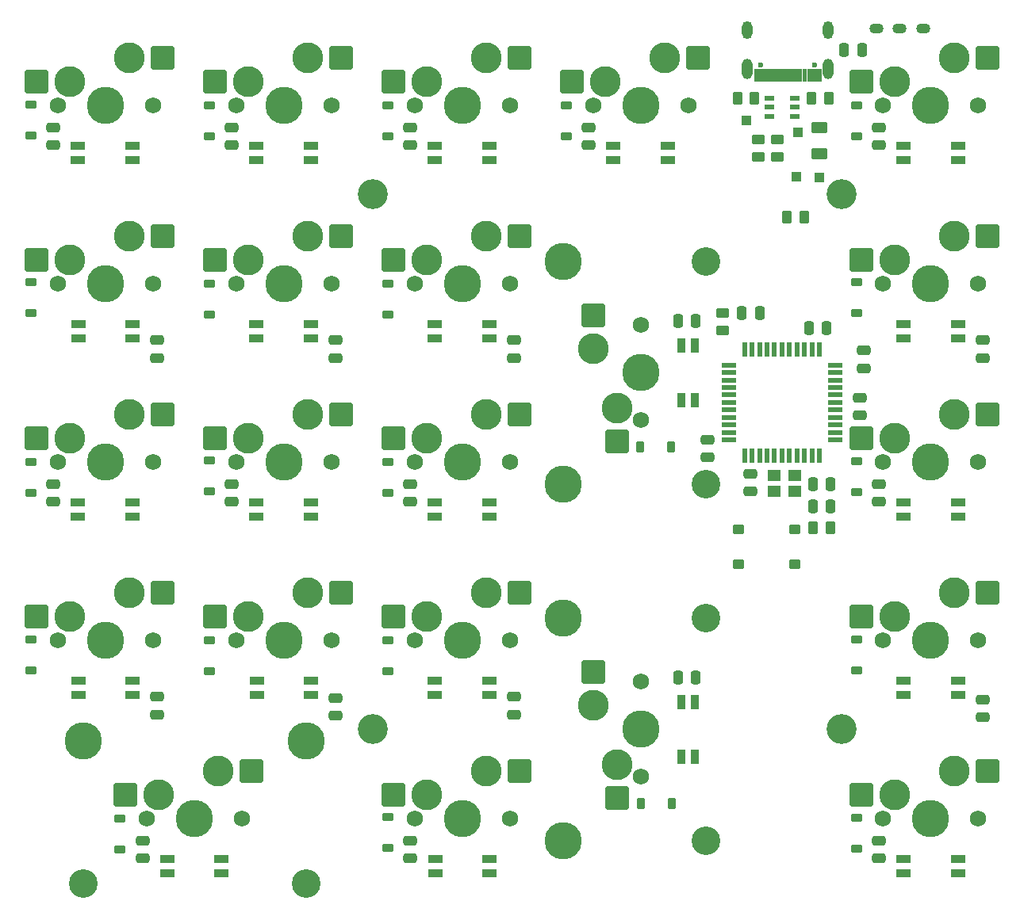
<source format=gbr>
%TF.GenerationSoftware,KiCad,Pcbnew,8.0.6*%
%TF.CreationDate,2024-11-30T15:29:51-05:00*%
%TF.ProjectId,keyboard,6b657962-6f61-4726-942e-6b696361645f,rev?*%
%TF.SameCoordinates,Original*%
%TF.FileFunction,Soldermask,Bot*%
%TF.FilePolarity,Negative*%
%FSLAX46Y46*%
G04 Gerber Fmt 4.6, Leading zero omitted, Abs format (unit mm)*
G04 Created by KiCad (PCBNEW 8.0.6) date 2024-11-30 15:29:51*
%MOMM*%
%LPD*%
G01*
G04 APERTURE LIST*
G04 Aperture macros list*
%AMRoundRect*
0 Rectangle with rounded corners*
0 $1 Rounding radius*
0 $2 $3 $4 $5 $6 $7 $8 $9 X,Y pos of 4 corners*
0 Add a 4 corners polygon primitive as box body*
4,1,4,$2,$3,$4,$5,$6,$7,$8,$9,$2,$3,0*
0 Add four circle primitives for the rounded corners*
1,1,$1+$1,$2,$3*
1,1,$1+$1,$4,$5*
1,1,$1+$1,$6,$7*
1,1,$1+$1,$8,$9*
0 Add four rect primitives between the rounded corners*
20,1,$1+$1,$2,$3,$4,$5,0*
20,1,$1+$1,$4,$5,$6,$7,0*
20,1,$1+$1,$6,$7,$8,$9,0*
20,1,$1+$1,$8,$9,$2,$3,0*%
G04 Aperture macros list end*
%ADD10C,0.010000*%
%ADD11C,3.048000*%
%ADD12C,3.987800*%
%ADD13C,3.200000*%
%ADD14RoundRect,0.225000X0.375000X-0.225000X0.375000X0.225000X-0.375000X0.225000X-0.375000X-0.225000X0*%
%ADD15RoundRect,0.250000X-0.625000X0.375000X-0.625000X-0.375000X0.625000X-0.375000X0.625000X0.375000X0*%
%ADD16C,1.750000*%
%ADD17C,3.300000*%
%ADD18RoundRect,0.250000X1.025000X1.000000X-1.025000X1.000000X-1.025000X-1.000000X1.025000X-1.000000X0*%
%ADD19R,1.400000X1.200000*%
%ADD20RoundRect,0.250000X0.475000X-0.250000X0.475000X0.250000X-0.475000X0.250000X-0.475000X-0.250000X0*%
%ADD21RoundRect,0.250000X-0.250000X-0.475000X0.250000X-0.475000X0.250000X0.475000X-0.250000X0.475000X0*%
%ADD22RoundRect,0.250000X0.450000X-0.262500X0.450000X0.262500X-0.450000X0.262500X-0.450000X-0.262500X0*%
%ADD23RoundRect,0.250000X-0.475000X0.250000X-0.475000X-0.250000X0.475000X-0.250000X0.475000X0.250000X0*%
%ADD24R,1.500000X0.820000*%
%ADD25RoundRect,0.225000X0.225000X0.375000X-0.225000X0.375000X-0.225000X-0.375000X0.225000X-0.375000X0*%
%ADD26RoundRect,0.250000X0.250000X0.475000X-0.250000X0.475000X-0.250000X-0.475000X0.250000X-0.475000X0*%
%ADD27C,0.600000*%
%ADD28O,1.104000X2.204000*%
%ADD29O,1.104000X1.904000*%
%ADD30R,1.000000X1.000000*%
%ADD31RoundRect,0.250000X0.262500X0.450000X-0.262500X0.450000X-0.262500X-0.450000X0.262500X-0.450000X0*%
%ADD32RoundRect,0.250000X-0.262500X-0.450000X0.262500X-0.450000X0.262500X0.450000X-0.262500X0.450000X0*%
%ADD33RoundRect,0.250000X-1.000000X1.025000X-1.000000X-1.025000X1.000000X-1.025000X1.000000X1.025000X0*%
%ADD34R,1.100000X0.600000*%
%ADD35RoundRect,0.250000X-0.450000X0.262500X-0.450000X-0.262500X0.450000X-0.262500X0.450000X0.262500X0*%
%ADD36RoundRect,0.102000X-0.500000X-0.375000X0.500000X-0.375000X0.500000X0.375000X-0.500000X0.375000X0*%
%ADD37R,0.820000X1.500000*%
%ADD38R,1.500000X0.550000*%
%ADD39R,0.550000X1.500000*%
%ADD40O,1.500000X1.100000*%
G04 APERTURE END LIST*
D10*
%TO.C,J2*%
X238287500Y-67207500D02*
X237587500Y-67207500D01*
X237587500Y-65967500D01*
X238287500Y-65967500D01*
X238287500Y-67207500D01*
G36*
X238287500Y-67207500D02*
G01*
X237587500Y-67207500D01*
X237587500Y-65967500D01*
X238287500Y-65967500D01*
X238287500Y-67207500D01*
G37*
X239087500Y-67207500D02*
X238387500Y-67207500D01*
X238387500Y-65967500D01*
X239087500Y-65967500D01*
X239087500Y-67207500D01*
G36*
X239087500Y-67207500D02*
G01*
X238387500Y-67207500D01*
X238387500Y-65967500D01*
X239087500Y-65967500D01*
X239087500Y-67207500D01*
G37*
X239587500Y-67207500D02*
X239187500Y-67207500D01*
X239187500Y-65967500D01*
X239587500Y-65967500D01*
X239587500Y-67207500D01*
G36*
X239587500Y-67207500D02*
G01*
X239187500Y-67207500D01*
X239187500Y-65967500D01*
X239587500Y-65967500D01*
X239587500Y-67207500D01*
G37*
X240087500Y-67207500D02*
X239687500Y-67207500D01*
X239687500Y-65967500D01*
X240087500Y-65967500D01*
X240087500Y-67207500D01*
G36*
X240087500Y-67207500D02*
G01*
X239687500Y-67207500D01*
X239687500Y-65967500D01*
X240087500Y-65967500D01*
X240087500Y-67207500D01*
G37*
X240587500Y-67207500D02*
X240187500Y-67207500D01*
X240187500Y-65967500D01*
X240587500Y-65967500D01*
X240587500Y-67207500D01*
G36*
X240587500Y-67207500D02*
G01*
X240187500Y-67207500D01*
X240187500Y-65967500D01*
X240587500Y-65967500D01*
X240587500Y-67207500D01*
G37*
X241087500Y-67207500D02*
X240687500Y-67207500D01*
X240687500Y-65967500D01*
X241087500Y-65967500D01*
X241087500Y-67207500D01*
G36*
X241087500Y-67207500D02*
G01*
X240687500Y-67207500D01*
X240687500Y-65967500D01*
X241087500Y-65967500D01*
X241087500Y-67207500D01*
G37*
X241587500Y-67207500D02*
X241187500Y-67207500D01*
X241187500Y-65967500D01*
X241587500Y-65967500D01*
X241587500Y-67207500D01*
G36*
X241587500Y-67207500D02*
G01*
X241187500Y-67207500D01*
X241187500Y-65967500D01*
X241587500Y-65967500D01*
X241587500Y-67207500D01*
G37*
X242087500Y-67207500D02*
X241687500Y-67207500D01*
X241687500Y-65967500D01*
X242087500Y-65967500D01*
X242087500Y-67207500D01*
G36*
X242087500Y-67207500D02*
G01*
X241687500Y-67207500D01*
X241687500Y-65967500D01*
X242087500Y-65967500D01*
X242087500Y-67207500D01*
G37*
X242587500Y-67207500D02*
X242187500Y-67207500D01*
X242187500Y-65967500D01*
X242587500Y-65967500D01*
X242587500Y-67207500D01*
G36*
X242587500Y-67207500D02*
G01*
X242187500Y-67207500D01*
X242187500Y-65967500D01*
X242587500Y-65967500D01*
X242587500Y-67207500D01*
G37*
X243087500Y-67207500D02*
X242687500Y-67207500D01*
X242687500Y-65967500D01*
X243087500Y-65967500D01*
X243087500Y-67207500D01*
G36*
X243087500Y-67207500D02*
G01*
X242687500Y-67207500D01*
X242687500Y-65967500D01*
X243087500Y-65967500D01*
X243087500Y-67207500D01*
G37*
X243887500Y-67207500D02*
X243187500Y-67207500D01*
X243187500Y-65967500D01*
X243887500Y-65967500D01*
X243887500Y-67207500D01*
G36*
X243887500Y-67207500D02*
G01*
X243187500Y-67207500D01*
X243187500Y-65967500D01*
X243887500Y-65967500D01*
X243887500Y-67207500D01*
G37*
X244687500Y-67207500D02*
X243987500Y-67207500D01*
X243987500Y-65967500D01*
X244687500Y-65967500D01*
X244687500Y-67207500D01*
G36*
X244687500Y-67207500D02*
G01*
X243987500Y-67207500D01*
X243987500Y-65967500D01*
X244687500Y-65967500D01*
X244687500Y-67207500D01*
G37*
%TD*%
D11*
%TO.C,H6*%
X232410000Y-124618750D03*
D12*
X217170000Y-124618750D03*
D11*
X232410000Y-148431250D03*
D12*
X217170000Y-148431250D03*
%TD*%
D11*
%TO.C,H7*%
X189697806Y-153030855D03*
D12*
X189697806Y-137790855D03*
D11*
X165885306Y-153030855D03*
D12*
X165885306Y-137790855D03*
%TD*%
D13*
%TO.C,H2*%
X196850000Y-136525000D03*
%TD*%
%TO.C,H4*%
X246856250Y-79375000D03*
%TD*%
%TO.C,H3*%
X246856250Y-136525000D03*
%TD*%
%TO.C,H1*%
X196850000Y-79375000D03*
%TD*%
D11*
%TO.C,H5*%
X232412773Y-86522306D03*
D12*
X217172773Y-86522306D03*
D11*
X232412773Y-110334806D03*
D12*
X217172773Y-110334806D03*
%TD*%
D14*
%TO.C,D7*%
X179387500Y-111125000D03*
X179387500Y-107825000D03*
%TD*%
D15*
%TO.C,F2*%
X244475000Y-72231250D03*
X244475000Y-75031250D03*
%TD*%
D16*
%TO.C,NumLock1*%
X173355000Y-69850000D03*
D12*
X168275000Y-69850000D03*
D16*
X163195000Y-69850000D03*
D17*
X164465000Y-67310000D03*
D18*
X160915000Y-67310000D03*
X174365000Y-64770000D03*
D17*
X170815000Y-64770000D03*
%TD*%
D19*
%TO.C,Y1*%
X239700000Y-109425000D03*
X241900000Y-109425000D03*
X241900000Y-111125000D03*
X239700000Y-111125000D03*
%TD*%
D20*
%TO.C,C10*%
X192881250Y-133193750D03*
X192881250Y-135093750D03*
%TD*%
D21*
%TO.C,C6*%
X243368750Y-93662500D03*
X245268750Y-93662500D03*
%TD*%
D22*
%TO.C,R1*%
X234156250Y-93900000D03*
X234156250Y-92075000D03*
%TD*%
D23*
%TO.C,C23*%
X200818750Y-110331250D03*
X200818750Y-112231250D03*
%TD*%
D24*
%TO.C,U6*%
X165366556Y-74166600D03*
X165366556Y-75666600D03*
X171166556Y-75666600D03*
X171166556Y-74166600D03*
%TD*%
D25*
%TO.C,D12*%
X228662500Y-106362500D03*
X225362500Y-106362500D03*
%TD*%
D14*
%TO.C,D8*%
X179387500Y-130300000D03*
X179387500Y-127000000D03*
%TD*%
D20*
%TO.C,C16*%
X192881250Y-96837500D03*
X192881250Y-94937500D03*
%TD*%
D14*
%TO.C,D4*%
X179387500Y-92200000D03*
X179387500Y-88900000D03*
%TD*%
D23*
%TO.C,C17*%
X172243750Y-148431250D03*
X172243750Y-150331250D03*
%TD*%
D16*
%TO.C,Custom-1*%
X261461250Y-69850000D03*
D12*
X256381250Y-69850000D03*
D16*
X251301250Y-69850000D03*
D17*
X252571250Y-67310000D03*
D18*
X249021250Y-67310000D03*
X262471250Y-64770000D03*
D17*
X258921250Y-64770000D03*
%TD*%
D20*
%TO.C,C13*%
X261937500Y-135250000D03*
X261937500Y-133350000D03*
%TD*%
D26*
%TO.C,C3*%
X238125000Y-92075000D03*
X236225000Y-92075000D03*
%TD*%
D27*
%TO.C,J2*%
X238247500Y-65517500D03*
X244027500Y-65517500D03*
D28*
X236812500Y-66007500D03*
X245462500Y-66007500D03*
D29*
X236812500Y-61837500D03*
X245462500Y-61837500D03*
%TD*%
D14*
%TO.C,D21*%
X169862500Y-149350000D03*
X169862500Y-146050000D03*
%TD*%
%TO.C,D5*%
X160337500Y-111250000D03*
X160337500Y-107950000D03*
%TD*%
D21*
%TO.C,C26*%
X247150000Y-63950000D03*
X249050000Y-63950000D03*
%TD*%
D20*
%TO.C,C14*%
X173831250Y-96837500D03*
X173831250Y-94937500D03*
%TD*%
D16*
%TO.C,Custom-3*%
X261461250Y-107950000D03*
D12*
X256381250Y-107950000D03*
D16*
X251301250Y-107950000D03*
D17*
X252571250Y-105410000D03*
D18*
X249021250Y-105410000D03*
X262471250Y-102870000D03*
D17*
X258921250Y-102870000D03*
%TD*%
D24*
%TO.C,U14*%
X184391156Y-112292000D03*
X184391156Y-113792000D03*
X190191156Y-113792000D03*
X190191156Y-112292000D03*
%TD*%
%TO.C,U4*%
X203460000Y-74163246D03*
X203460000Y-75663246D03*
X209260000Y-75663246D03*
X209260000Y-74163246D03*
%TD*%
D21*
%TO.C,C5*%
X243825000Y-110331250D03*
X245725000Y-110331250D03*
%TD*%
D14*
%TO.C,D9*%
X198437500Y-73150000D03*
X198437500Y-69850000D03*
%TD*%
D16*
%TO.C,Key_del1*%
X211455000Y-146050000D03*
D12*
X206375000Y-146050000D03*
D16*
X201295000Y-146050000D03*
D17*
X202565000Y-143510000D03*
D18*
X199015000Y-143510000D03*
X212465000Y-140970000D03*
D17*
X208915000Y-140970000D03*
%TD*%
D23*
%TO.C,C28*%
X219868750Y-72231250D03*
X219868750Y-74131250D03*
%TD*%
D14*
%TO.C,D18*%
X248443750Y-92075000D03*
X248443750Y-88775000D03*
%TD*%
D20*
%TO.C,C2*%
X232568750Y-107468750D03*
X232568750Y-105568750D03*
%TD*%
D23*
%TO.C,C4*%
X249237500Y-96043750D03*
X249237500Y-97943750D03*
%TD*%
%TO.C,C21*%
X250825000Y-110331250D03*
X250825000Y-112231250D03*
%TD*%
D16*
%TO.C,Key_4*%
X173355000Y-107950000D03*
D12*
X168275000Y-107950000D03*
D16*
X163195000Y-107950000D03*
D17*
X164465000Y-105410000D03*
D18*
X160915000Y-105410000D03*
X174365000Y-102870000D03*
D17*
X170815000Y-102870000D03*
%TD*%
D20*
%TO.C,C9*%
X211931250Y-134937500D03*
X211931250Y-133037500D03*
%TD*%
%TO.C,C1*%
X248840000Y-102990000D03*
X248840000Y-101090000D03*
%TD*%
D30*
%TO.C,GND1*%
X244475000Y-77550000D03*
%TD*%
D14*
%TO.C,D23*%
X198437500Y-149225000D03*
X198437500Y-145925000D03*
%TD*%
D30*
%TO.C,D+1*%
X242200000Y-72700000D03*
%TD*%
D16*
%TO.C,Key_6*%
X211455000Y-107950000D03*
D12*
X206375000Y-107950000D03*
D16*
X201295000Y-107950000D03*
D17*
X202565000Y-105410000D03*
D18*
X199015000Y-105410000D03*
X212465000Y-102870000D03*
D17*
X208915000Y-102870000D03*
%TD*%
D24*
%TO.C,U2*%
X253490044Y-74166600D03*
X253490044Y-75666600D03*
X259290044Y-75666600D03*
X259290044Y-74166600D03*
%TD*%
D16*
%TO.C,Key_0*%
X182880000Y-146050000D03*
D12*
X177800000Y-146050000D03*
D16*
X172720000Y-146050000D03*
D17*
X173990000Y-143510000D03*
D18*
X170440000Y-143510000D03*
X183890000Y-140970000D03*
D17*
X180340000Y-140970000D03*
%TD*%
D31*
%TO.C,R4*%
X245675000Y-115000000D03*
X243850000Y-115000000D03*
%TD*%
D24*
%TO.C,U15*%
X165366556Y-112266600D03*
X165366556Y-113766600D03*
X171166556Y-113766600D03*
X171166556Y-112266600D03*
%TD*%
D16*
%TO.C,Key_2*%
X192405000Y-127000000D03*
D12*
X187325000Y-127000000D03*
D16*
X182245000Y-127000000D03*
D17*
X183515000Y-124460000D03*
D18*
X179965000Y-124460000D03*
X193415000Y-121920000D03*
D17*
X189865000Y-121920000D03*
%TD*%
D25*
%TO.C,D16*%
X228725000Y-144462500D03*
X225425000Y-144462500D03*
%TD*%
D16*
%TO.C,Custom-4*%
X261461250Y-127000000D03*
D12*
X256381250Y-127000000D03*
D16*
X251301250Y-127000000D03*
D17*
X252571250Y-124460000D03*
D18*
X249021250Y-124460000D03*
X262471250Y-121920000D03*
D17*
X258921250Y-121920000D03*
%TD*%
D24*
%TO.C,U5*%
X184416556Y-74166600D03*
X184416556Y-75666600D03*
X190216556Y-75666600D03*
X190216556Y-74166600D03*
%TD*%
D14*
%TO.C,D11*%
X217487500Y-73150000D03*
X217487500Y-69850000D03*
%TD*%
%TO.C,D2*%
X179387500Y-73150000D03*
X179387500Y-69850000D03*
%TD*%
D16*
%TO.C,Key_\u002A1*%
X211455000Y-69850000D03*
D12*
X206375000Y-69850000D03*
D16*
X201295000Y-69850000D03*
D17*
X202565000Y-67310000D03*
D18*
X199015000Y-67310000D03*
X212465000Y-64770000D03*
D17*
X208915000Y-64770000D03*
%TD*%
D24*
%TO.C,U11*%
X259284044Y-94714400D03*
X259284044Y-93214400D03*
X253484044Y-93214400D03*
X253484044Y-94714400D03*
%TD*%
D14*
%TO.C,D13*%
X198437500Y-111250000D03*
X198437500Y-107950000D03*
%TD*%
D32*
%TO.C,R8*%
X235743750Y-69056250D03*
X237568750Y-69056250D03*
%TD*%
D14*
%TO.C,D14*%
X198437500Y-130300000D03*
X198437500Y-127000000D03*
%TD*%
D32*
%TO.C,R5*%
X241062500Y-81756250D03*
X242887500Y-81756250D03*
%TD*%
D23*
%TO.C,C20*%
X250825000Y-148431250D03*
X250825000Y-150331250D03*
%TD*%
D31*
%TO.C,R7*%
X245506250Y-69056250D03*
X243681250Y-69056250D03*
%TD*%
D16*
%TO.C,Key_+1*%
X225425000Y-93345000D03*
D12*
X225425000Y-98425000D03*
D16*
X225425000Y-103505000D03*
D17*
X222885000Y-102235000D03*
D33*
X222885000Y-105785000D03*
X220345000Y-92335000D03*
D17*
X220345000Y-95885000D03*
%TD*%
D24*
%TO.C,U16*%
X171177444Y-132822028D03*
X171177444Y-131322028D03*
X165377444Y-131322028D03*
X165377444Y-132822028D03*
%TD*%
D20*
%TO.C,C15*%
X211931250Y-96837500D03*
X211931250Y-94937500D03*
%TD*%
D22*
%TO.C,R2*%
X240032000Y-75325000D03*
X240032000Y-73500000D03*
%TD*%
D16*
%TO.C,Key_7*%
X173355000Y-88900000D03*
D12*
X168275000Y-88900000D03*
D16*
X163195000Y-88900000D03*
D17*
X164465000Y-86360000D03*
D18*
X160915000Y-86360000D03*
X174365000Y-83820000D03*
D17*
X170815000Y-83820000D03*
%TD*%
D24*
%TO.C,U3*%
X222516556Y-74166600D03*
X222516556Y-75666600D03*
X228316556Y-75666600D03*
X228316556Y-74166600D03*
%TD*%
%TO.C,U17*%
X190227444Y-132822028D03*
X190227444Y-131322028D03*
X184427444Y-131322028D03*
X184427444Y-132822028D03*
%TD*%
D34*
%TO.C,TV1*%
X239156250Y-71003200D03*
X239156250Y-70053200D03*
X239156250Y-69103200D03*
X241856250Y-69103200D03*
X241856250Y-70053200D03*
X241856250Y-71003200D03*
%TD*%
D23*
%TO.C,C31*%
X162718750Y-72231250D03*
X162718750Y-74131250D03*
%TD*%
D14*
%TO.C,D20*%
X248443750Y-130237500D03*
X248443750Y-126937500D03*
%TD*%
D24*
%TO.C,U24*%
X174891556Y-150366600D03*
X174891556Y-151866600D03*
X180691556Y-151866600D03*
X180691556Y-150366600D03*
%TD*%
D14*
%TO.C,D17*%
X248443750Y-73150000D03*
X248443750Y-69850000D03*
%TD*%
D23*
%TO.C,C24*%
X181768750Y-110331250D03*
X181768750Y-112231250D03*
%TD*%
D24*
%TO.C,U23*%
X203491956Y-150366600D03*
X203491956Y-151866600D03*
X209291956Y-151866600D03*
X209291956Y-150366600D03*
%TD*%
D16*
%TO.C,Custom-2*%
X261461250Y-88900000D03*
D12*
X256381250Y-88900000D03*
D16*
X251301250Y-88900000D03*
D17*
X252571250Y-86360000D03*
D18*
X249021250Y-86360000D03*
X262471250Y-83820000D03*
D17*
X258921250Y-83820000D03*
%TD*%
D35*
%TO.C,R3*%
X238000000Y-73500000D03*
X238000000Y-75325000D03*
%TD*%
D23*
%TO.C,C18*%
X200818750Y-148431250D03*
X200818750Y-150331250D03*
%TD*%
D14*
%TO.C,D6*%
X160337500Y-130237500D03*
X160337500Y-126937500D03*
%TD*%
%TO.C,D1*%
X160337500Y-73087500D03*
X160337500Y-69787500D03*
%TD*%
D23*
%TO.C,C29*%
X200818750Y-72231250D03*
X200818750Y-74131250D03*
%TD*%
D16*
%TO.C,Key_8*%
X192405000Y-88900000D03*
D12*
X187325000Y-88900000D03*
D16*
X182245000Y-88900000D03*
D17*
X183515000Y-86360000D03*
D18*
X179965000Y-86360000D03*
X193415000Y-83820000D03*
D17*
X189865000Y-83820000D03*
%TD*%
D24*
%TO.C,U7*%
X171197956Y-94745555D03*
X171197956Y-93245555D03*
X165397956Y-93245555D03*
X165397956Y-94745555D03*
%TD*%
%TO.C,U22*%
X253485156Y-150371645D03*
X253485156Y-151871645D03*
X259285156Y-151871645D03*
X259285156Y-150371645D03*
%TD*%
D36*
%TO.C,S2*%
X235850000Y-118875000D03*
X241850000Y-118875000D03*
X235850000Y-115125000D03*
X241850000Y-115125000D03*
%TD*%
D24*
%TO.C,U21*%
X259284044Y-132814400D03*
X259284044Y-131314400D03*
X253484044Y-131314400D03*
X253484044Y-132814400D03*
%TD*%
D21*
%TO.C,C22*%
X229393750Y-92868750D03*
X231293750Y-92868750D03*
%TD*%
D23*
%TO.C,C25*%
X162718750Y-110331250D03*
X162718750Y-112231250D03*
%TD*%
%TO.C,C7*%
X237137500Y-109225000D03*
X237137500Y-111125000D03*
%TD*%
D24*
%TO.C,U18*%
X209271444Y-132814400D03*
X209271444Y-131314400D03*
X203471444Y-131314400D03*
X203471444Y-132814400D03*
%TD*%
%TO.C,U13*%
X203466556Y-112268000D03*
X203466556Y-113768000D03*
X209266556Y-113768000D03*
X209266556Y-112268000D03*
%TD*%
D16*
%TO.C,Key_3*%
X211455000Y-127000000D03*
D12*
X206375000Y-127000000D03*
D16*
X201295000Y-127000000D03*
D17*
X202565000Y-124460000D03*
D18*
X199015000Y-124460000D03*
X212465000Y-121920000D03*
D17*
X208915000Y-121920000D03*
%TD*%
D16*
%TO.C,Key_-1*%
X230505000Y-69850000D03*
D12*
X225425000Y-69850000D03*
D16*
X220345000Y-69850000D03*
D17*
X221615000Y-67310000D03*
D18*
X218065000Y-67310000D03*
X231515000Y-64770000D03*
D17*
X227965000Y-64770000D03*
%TD*%
D14*
%TO.C,D10*%
X198437500Y-92200000D03*
X198437500Y-88900000D03*
%TD*%
D37*
%TO.C,U20*%
X231240800Y-133616556D03*
X229740800Y-133616556D03*
X229740800Y-139416556D03*
X231240800Y-139416556D03*
%TD*%
D21*
%TO.C,C19*%
X229393750Y-130968750D03*
X231293750Y-130968750D03*
%TD*%
D23*
%TO.C,C27*%
X250825000Y-72231250D03*
X250825000Y-74131250D03*
%TD*%
D24*
%TO.C,U8*%
X190221444Y-94714400D03*
X190221444Y-93214400D03*
X184421444Y-93214400D03*
X184421444Y-94714400D03*
%TD*%
D16*
%TO.C,Key_9*%
X211455000Y-88900000D03*
D12*
X206375000Y-88900000D03*
D16*
X201295000Y-88900000D03*
D17*
X202565000Y-86360000D03*
D18*
X199015000Y-86360000D03*
X212465000Y-83820000D03*
D17*
X208915000Y-83820000D03*
%TD*%
D21*
%TO.C,C8*%
X243825000Y-112712500D03*
X245725000Y-112712500D03*
%TD*%
D16*
%TO.C,Key_1*%
X173355000Y-127000000D03*
D12*
X168275000Y-127000000D03*
D16*
X163195000Y-127000000D03*
D17*
X164465000Y-124460000D03*
D18*
X160915000Y-124460000D03*
X174365000Y-121920000D03*
D17*
X170815000Y-121920000D03*
%TD*%
D20*
%TO.C,C12*%
X261937500Y-96837500D03*
X261937500Y-94937500D03*
%TD*%
D37*
%TO.C,U10*%
X231247028Y-95528556D03*
X229747028Y-95528556D03*
X229747028Y-101328556D03*
X231247028Y-101328556D03*
%TD*%
D14*
%TO.C,D25*%
X248443750Y-149287500D03*
X248443750Y-145987500D03*
%TD*%
D30*
%TO.C,D-1*%
X236750000Y-71500000D03*
%TD*%
D16*
%TO.C,Custom-5*%
X261461250Y-146050000D03*
D12*
X256381250Y-146050000D03*
D16*
X251301250Y-146050000D03*
D17*
X252571250Y-143510000D03*
D18*
X249021250Y-143510000D03*
X262471250Y-140970000D03*
D17*
X258921250Y-140970000D03*
%TD*%
D16*
%TO.C,Key_/1*%
X192405000Y-69850000D03*
D12*
X187325000Y-69850000D03*
D16*
X182245000Y-69850000D03*
D17*
X183515000Y-67310000D03*
D18*
X179965000Y-67310000D03*
X193415000Y-64770000D03*
D17*
X189865000Y-64770000D03*
%TD*%
D16*
%TO.C,Key_enter1*%
X225425000Y-131445000D03*
D12*
X225425000Y-136525000D03*
D16*
X225425000Y-141605000D03*
D17*
X222885000Y-140335000D03*
D33*
X222885000Y-143885000D03*
X220345000Y-130435000D03*
D17*
X220345000Y-133985000D03*
%TD*%
D14*
%TO.C,D19*%
X248443750Y-111187500D03*
X248443750Y-107887500D03*
%TD*%
D24*
%TO.C,U9*%
X209258044Y-94714400D03*
X209258044Y-93214400D03*
X203458044Y-93214400D03*
X203458044Y-94714400D03*
%TD*%
D38*
%TO.C,U1*%
X246206250Y-97600000D03*
X246206250Y-98400000D03*
X246206250Y-99200000D03*
X246206250Y-100000000D03*
X246206250Y-100800000D03*
X246206250Y-101600000D03*
X246206250Y-102400000D03*
X246206250Y-103200000D03*
X246206250Y-104000000D03*
X246206250Y-104800000D03*
X246206250Y-105600000D03*
D39*
X244506250Y-107300000D03*
X243706250Y-107300000D03*
X242906250Y-107300000D03*
X242106250Y-107300000D03*
X241306250Y-107300000D03*
X240506250Y-107300000D03*
X239706250Y-107300000D03*
X238906250Y-107300000D03*
X238106250Y-107300000D03*
X237306250Y-107300000D03*
X236506250Y-107300000D03*
D38*
X234806250Y-105600000D03*
X234806250Y-104800000D03*
X234806250Y-104000000D03*
X234806250Y-103200000D03*
X234806250Y-102400000D03*
X234806250Y-101600000D03*
X234806250Y-100800000D03*
X234806250Y-100000000D03*
X234806250Y-99200000D03*
X234806250Y-98400000D03*
X234806250Y-97600000D03*
D39*
X236506250Y-95900000D03*
X237306250Y-95900000D03*
X238106250Y-95900000D03*
X238906250Y-95900000D03*
X239706250Y-95900000D03*
X240506250Y-95900000D03*
X241306250Y-95900000D03*
X242106250Y-95900000D03*
X242906250Y-95900000D03*
X243706250Y-95900000D03*
X244506250Y-95900000D03*
%TD*%
D16*
%TO.C,Key_5*%
X192405000Y-107950000D03*
D12*
X187325000Y-107950000D03*
D16*
X182245000Y-107950000D03*
D17*
X183515000Y-105410000D03*
D18*
X179965000Y-105410000D03*
X193415000Y-102870000D03*
D17*
X189865000Y-102870000D03*
%TD*%
D40*
%TO.C,SW1*%
X250560000Y-61640000D03*
X253060000Y-61640000D03*
X255560000Y-61640000D03*
%TD*%
D23*
%TO.C,C30*%
X181768750Y-72231250D03*
X181768750Y-74131250D03*
%TD*%
D20*
%TO.C,C11*%
X173831250Y-134937500D03*
X173831250Y-133037500D03*
%TD*%
D14*
%TO.C,D3*%
X160337500Y-92075000D03*
X160337500Y-88775000D03*
%TD*%
D24*
%TO.C,U12*%
X253485156Y-112297045D03*
X253485156Y-113797045D03*
X259285156Y-113797045D03*
X259285156Y-112297045D03*
%TD*%
D30*
%TO.C,5V+2*%
X242050000Y-77500000D03*
%TD*%
M02*

</source>
